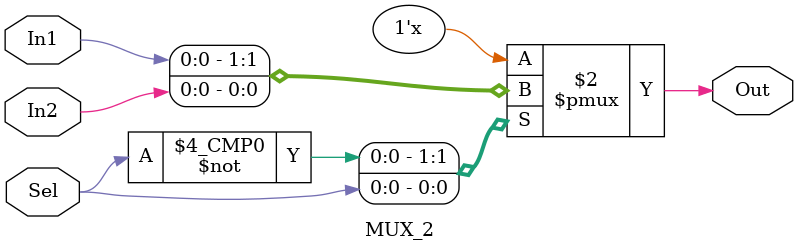
<source format=v>
`timescale 1ns / 1ps
module MUX_2(
    input In1,
    input In2,
    output reg Out,
    input Sel
    );
	
	always @(*) begin
		case(Sel)
			1'b0 : Out = In1;
			1'b1 : Out = In2;
			default : Out = 1'bx;
		endcase
	end
			
endmodule

</source>
